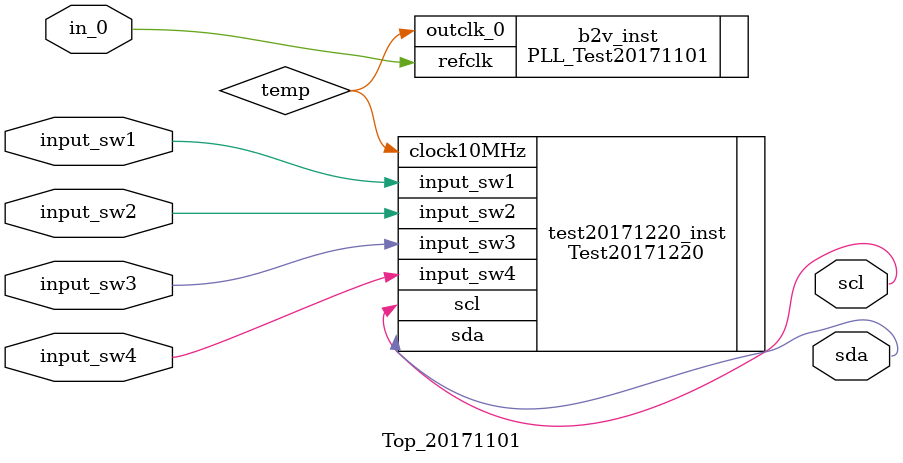
<source format=v>


module Top_20171101(
	in_0,
	scl,
	sda,
	input_sw1,
	input_sw2,
	input_sw3,
	input_sw4
);


input wire	in_0;
output wire	scl;
output wire sda;
input wire input_sw1;
input wire input_sw2;
input wire input_sw3;
input wire input_sw4;

wire temp;

PLL_Test20171101	b2v_inst(
	.refclk(in_0),
	.outclk_0(temp));

Test20171220 test20171220_inst (
    .clock10MHz(temp),
    .scl(scl),
    .sda(sda),
    .input_sw1(input_sw1),
    .input_sw2(input_sw2),
    .input_sw3(input_sw3),
    .input_sw4(input_sw4)
);
endmodule

</source>
